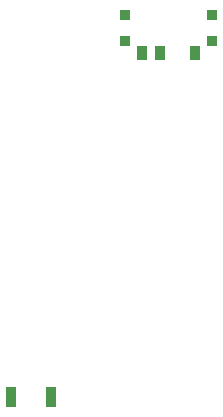
<source format=gbr>
%TF.GenerationSoftware,KiCad,Pcbnew,(6.0.2-0)*%
%TF.CreationDate,2022-03-04T16:27:52-06:00*%
%TF.ProjectId,Exkeylibur,45786b65-796c-4696-9275-722e6b696361,rev?*%
%TF.SameCoordinates,Original*%
%TF.FileFunction,Paste,Top*%
%TF.FilePolarity,Positive*%
%FSLAX46Y46*%
G04 Gerber Fmt 4.6, Leading zero omitted, Abs format (unit mm)*
G04 Created by KiCad (PCBNEW (6.0.2-0)) date 2022-03-04 16:27:52*
%MOMM*%
%LPD*%
G01*
G04 APERTURE LIST*
%ADD10R,0.900000X1.700000*%
%ADD11R,0.900000X0.900000*%
%ADD12R,0.900000X1.250000*%
G04 APERTURE END LIST*
D10*
%TO.C,RSW1*%
X124679535Y-82693212D03*
X128079535Y-82693212D03*
%TD*%
D11*
%TO.C,PWR_SW1*%
X141766802Y-52554137D03*
X134366802Y-52554137D03*
X141766802Y-50354137D03*
X134366802Y-50354137D03*
D12*
X140316802Y-53529137D03*
X137316802Y-53529137D03*
X135816802Y-53529137D03*
%TD*%
M02*

</source>
